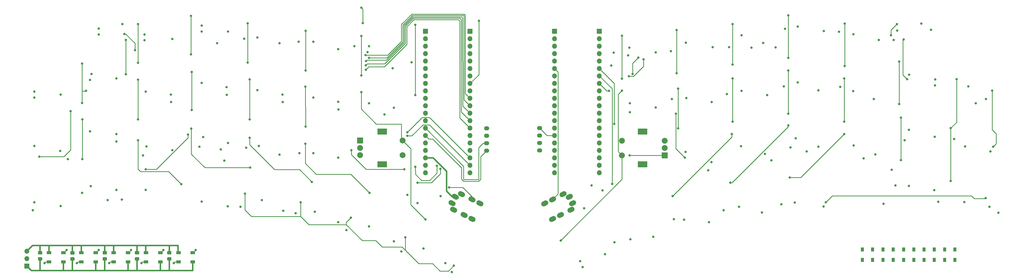
<source format=gbr>
%TF.GenerationSoftware,KiCad,Pcbnew,(5.1.9-0-10_14)*%
%TF.CreationDate,2021-03-31T13:24:37+01:00*%
%TF.ProjectId,peautkb,70656175-746b-4622-9e6b-696361645f70,rev?*%
%TF.SameCoordinates,Original*%
%TF.FileFunction,Copper,L1,Top*%
%TF.FilePolarity,Positive*%
%FSLAX46Y46*%
G04 Gerber Fmt 4.6, Leading zero omitted, Abs format (unit mm)*
G04 Created by KiCad (PCBNEW (5.1.9-0-10_14)) date 2021-03-31 13:24:37*
%MOMM*%
%LPD*%
G01*
G04 APERTURE LIST*
%TA.AperFunction,SMDPad,CuDef*%
%ADD10R,1.000000X1.400000*%
%TD*%
%TA.AperFunction,SMDPad,CuDef*%
%ADD11R,1.500000X1.000000*%
%TD*%
%TA.AperFunction,ComponentPad*%
%ADD12O,1.700000X1.700000*%
%TD*%
%TA.AperFunction,ComponentPad*%
%ADD13R,1.700000X1.700000*%
%TD*%
%TA.AperFunction,ComponentPad*%
%ADD14O,1.778000X1.397000*%
%TD*%
%TA.AperFunction,ComponentPad*%
%ADD15C,2.000000*%
%TD*%
%TA.AperFunction,ComponentPad*%
%ADD16R,3.200000X2.000000*%
%TD*%
%TA.AperFunction,ComponentPad*%
%ADD17R,2.000000X2.000000*%
%TD*%
%TA.AperFunction,ViaPad*%
%ADD18C,0.800000*%
%TD*%
%TA.AperFunction,Conductor*%
%ADD19C,0.250000*%
%TD*%
%TA.AperFunction,Conductor*%
%ADD20C,0.500000*%
%TD*%
G04 APERTURE END LIST*
D10*
%TO.P,D12,1*%
%TO.N,N/C*%
X322465360Y-107869820D03*
%TO.P,D12,2*%
X322465360Y-111419820D03*
%TD*%
%TO.P,D12,1*%
%TO.N,N/C*%
X332965360Y-107869820D03*
%TO.P,D12,2*%
X332965360Y-111419820D03*
%TD*%
%TO.P,D12,1*%
%TO.N,N/C*%
X325965360Y-107869820D03*
%TO.P,D12,2*%
X325965360Y-111419820D03*
%TD*%
%TO.P,D12,1*%
%TO.N,N/C*%
X329465360Y-107869820D03*
%TO.P,D12,2*%
X329465360Y-111419820D03*
%TD*%
%TO.P,D12,1*%
%TO.N,N/C*%
X336500000Y-107869820D03*
%TO.P,D12,2*%
X336500000Y-111419820D03*
%TD*%
D11*
%TO.P,D5,1*%
%TO.N,N/C*%
X77000000Y-112100000D03*
%TO.P,D5,2*%
X77000000Y-108900000D03*
%TO.P,D5,4*%
X72100000Y-112100000D03*
%TO.P,D5,3*%
X72100000Y-108900000D03*
%TD*%
%TO.P,D5,1*%
%TO.N,N/C*%
X65950000Y-112100000D03*
%TO.P,D5,2*%
X65950000Y-108900000D03*
%TO.P,D5,4*%
X61050000Y-112100000D03*
%TO.P,D5,3*%
X61050000Y-108900000D03*
%TD*%
%TO.P,D5,3*%
%TO.N,N/C*%
X50050000Y-108900000D03*
%TO.P,D5,4*%
X50050000Y-112100000D03*
%TO.P,D5,2*%
X54950000Y-108900000D03*
%TO.P,D5,1*%
X54950000Y-112100000D03*
%TD*%
D12*
%TO.P,REF\u002A\u002A,3*%
%TO.N,N/C*%
X20500000Y-108420000D03*
%TO.P,REF\u002A\u002A,2*%
X20500000Y-110960000D03*
D13*
%TO.P,REF\u002A\u002A,1*%
X20500000Y-113500000D03*
%TD*%
D11*
%TO.P,D5,3*%
%TO.N,N/C*%
X39050000Y-108900000D03*
%TO.P,D5,4*%
X39050000Y-112100000D03*
%TO.P,D5,2*%
X43950000Y-108900000D03*
%TO.P,D5,1*%
X43950000Y-112100000D03*
%TD*%
%TO.P,D5,3*%
%TO.N,N/C*%
X28050000Y-108900000D03*
%TO.P,D5,4*%
X28050000Y-112100000D03*
%TO.P,D5,2*%
X32950000Y-108900000D03*
%TO.P,D5,1*%
X32950000Y-112100000D03*
%TD*%
%TO.P,C9,1*%
%TO.N,N/C*%
%TA.AperFunction,SMDPad,CuDef*%
G36*
G01*
X47475000Y-111625000D02*
X46525000Y-111625000D01*
G75*
G02*
X46275000Y-111375000I0J250000D01*
G01*
X46275000Y-110700000D01*
G75*
G02*
X46525000Y-110450000I250000J0D01*
G01*
X47475000Y-110450000D01*
G75*
G02*
X47725000Y-110700000I0J-250000D01*
G01*
X47725000Y-111375000D01*
G75*
G02*
X47475000Y-111625000I-250000J0D01*
G01*
G37*
%TD.AperFunction*%
%TO.P,C9,2*%
%TA.AperFunction,SMDPad,CuDef*%
G36*
G01*
X47475000Y-109550000D02*
X46525000Y-109550000D01*
G75*
G02*
X46275000Y-109300000I0J250000D01*
G01*
X46275000Y-108625000D01*
G75*
G02*
X46525000Y-108375000I250000J0D01*
G01*
X47475000Y-108375000D01*
G75*
G02*
X47725000Y-108625000I0J-250000D01*
G01*
X47725000Y-109300000D01*
G75*
G02*
X47475000Y-109550000I-250000J0D01*
G01*
G37*
%TD.AperFunction*%
%TD*%
%TO.P,C9,2*%
%TO.N,N/C*%
%TA.AperFunction,SMDPad,CuDef*%
G36*
G01*
X25475000Y-109550000D02*
X24525000Y-109550000D01*
G75*
G02*
X24275000Y-109300000I0J250000D01*
G01*
X24275000Y-108625000D01*
G75*
G02*
X24525000Y-108375000I250000J0D01*
G01*
X25475000Y-108375000D01*
G75*
G02*
X25725000Y-108625000I0J-250000D01*
G01*
X25725000Y-109300000D01*
G75*
G02*
X25475000Y-109550000I-250000J0D01*
G01*
G37*
%TD.AperFunction*%
%TO.P,C9,1*%
%TA.AperFunction,SMDPad,CuDef*%
G36*
G01*
X25475000Y-111625000D02*
X24525000Y-111625000D01*
G75*
G02*
X24275000Y-111375000I0J250000D01*
G01*
X24275000Y-110700000D01*
G75*
G02*
X24525000Y-110450000I250000J0D01*
G01*
X25475000Y-110450000D01*
G75*
G02*
X25725000Y-110700000I0J-250000D01*
G01*
X25725000Y-111375000D01*
G75*
G02*
X25475000Y-111625000I-250000J0D01*
G01*
G37*
%TD.AperFunction*%
%TD*%
%TO.P,C9,2*%
%TO.N,N/C*%
%TA.AperFunction,SMDPad,CuDef*%
G36*
G01*
X69475000Y-109550000D02*
X68525000Y-109550000D01*
G75*
G02*
X68275000Y-109300000I0J250000D01*
G01*
X68275000Y-108625000D01*
G75*
G02*
X68525000Y-108375000I250000J0D01*
G01*
X69475000Y-108375000D01*
G75*
G02*
X69725000Y-108625000I0J-250000D01*
G01*
X69725000Y-109300000D01*
G75*
G02*
X69475000Y-109550000I-250000J0D01*
G01*
G37*
%TD.AperFunction*%
%TO.P,C9,1*%
%TA.AperFunction,SMDPad,CuDef*%
G36*
G01*
X69475000Y-111625000D02*
X68525000Y-111625000D01*
G75*
G02*
X68275000Y-111375000I0J250000D01*
G01*
X68275000Y-110700000D01*
G75*
G02*
X68525000Y-110450000I250000J0D01*
G01*
X69475000Y-110450000D01*
G75*
G02*
X69725000Y-110700000I0J-250000D01*
G01*
X69725000Y-111375000D01*
G75*
G02*
X69475000Y-111625000I-250000J0D01*
G01*
G37*
%TD.AperFunction*%
%TD*%
%TO.P,C9,2*%
%TO.N,N/C*%
%TA.AperFunction,SMDPad,CuDef*%
G36*
G01*
X58475000Y-109550000D02*
X57525000Y-109550000D01*
G75*
G02*
X57275000Y-109300000I0J250000D01*
G01*
X57275000Y-108625000D01*
G75*
G02*
X57525000Y-108375000I250000J0D01*
G01*
X58475000Y-108375000D01*
G75*
G02*
X58725000Y-108625000I0J-250000D01*
G01*
X58725000Y-109300000D01*
G75*
G02*
X58475000Y-109550000I-250000J0D01*
G01*
G37*
%TD.AperFunction*%
%TO.P,C9,1*%
%TA.AperFunction,SMDPad,CuDef*%
G36*
G01*
X58475000Y-111625000D02*
X57525000Y-111625000D01*
G75*
G02*
X57275000Y-111375000I0J250000D01*
G01*
X57275000Y-110700000D01*
G75*
G02*
X57525000Y-110450000I250000J0D01*
G01*
X58475000Y-110450000D01*
G75*
G02*
X58725000Y-110700000I0J-250000D01*
G01*
X58725000Y-111375000D01*
G75*
G02*
X58475000Y-111625000I-250000J0D01*
G01*
G37*
%TD.AperFunction*%
%TD*%
%TO.P,C9,2*%
%TO.N,N/C*%
%TA.AperFunction,SMDPad,CuDef*%
G36*
G01*
X36475000Y-109587500D02*
X35525000Y-109587500D01*
G75*
G02*
X35275000Y-109337500I0J250000D01*
G01*
X35275000Y-108662500D01*
G75*
G02*
X35525000Y-108412500I250000J0D01*
G01*
X36475000Y-108412500D01*
G75*
G02*
X36725000Y-108662500I0J-250000D01*
G01*
X36725000Y-109337500D01*
G75*
G02*
X36475000Y-109587500I-250000J0D01*
G01*
G37*
%TD.AperFunction*%
%TO.P,C9,1*%
%TA.AperFunction,SMDPad,CuDef*%
G36*
G01*
X36475000Y-111662500D02*
X35525000Y-111662500D01*
G75*
G02*
X35275000Y-111412500I0J250000D01*
G01*
X35275000Y-110737500D01*
G75*
G02*
X35525000Y-110487500I250000J0D01*
G01*
X36475000Y-110487500D01*
G75*
G02*
X36725000Y-110737500I0J-250000D01*
G01*
X36725000Y-111412500D01*
G75*
G02*
X36475000Y-111662500I-250000J0D01*
G01*
G37*
%TD.AperFunction*%
%TD*%
D10*
%TO.P,D12,2*%
%TO.N,N/C*%
X319000000Y-111419820D03*
%TO.P,D12,1*%
X319000000Y-107869820D03*
%TD*%
%TO.P,D12,2*%
%TO.N,N/C*%
X315465360Y-111419820D03*
%TO.P,D12,1*%
X315465360Y-107869820D03*
%TD*%
%TO.P,D12,2*%
%TO.N,N/C*%
X311965360Y-111419820D03*
%TO.P,D12,1*%
X311965360Y-107869820D03*
%TD*%
%TO.P,D12,2*%
%TO.N,N/C*%
X308465360Y-111419820D03*
%TO.P,D12,1*%
X308465360Y-107869820D03*
%TD*%
%TO.P,D12,2*%
%TO.N,N/C*%
X304965360Y-111419820D03*
%TO.P,D12,1*%
X304965360Y-107869820D03*
%TD*%
D14*
%TO.P,J1,1*%
%TO.N,LSCA*%
X177017160Y-74116180D03*
%TO.P,J1,2*%
%TO.N,LSCL*%
X177017160Y-71576180D03*
%TO.P,J1,3*%
%TO.N,VDD*%
X177017160Y-69036180D03*
%TO.P,J1,4*%
%TO.N,GND1*%
X177017160Y-66496180D03*
%TD*%
%TO.P,J2,A*%
%TO.N,TRRS_VDD*%
%TA.AperFunction,ComponentPad*%
G36*
G01*
X166376720Y-88909842D02*
X167091418Y-89269298D01*
G75*
G02*
X167468863Y-90410585I-381921J-759366D01*
G01*
X167468863Y-90410585D01*
G75*
G02*
X166327576Y-90788030I-759366J381921D01*
G01*
X165612878Y-90428574D01*
G75*
G02*
X165235433Y-89287287I381921J759366D01*
G01*
X165235433Y-89287287D01*
G75*
G02*
X166376720Y-88909842I759366J-381921D01*
G01*
G37*
%TD.AperFunction*%
%TO.P,J2,D*%
%TO.N,LUSART_TX*%
%TA.AperFunction,ComponentPad*%
G36*
G01*
X165829637Y-93335980D02*
X166544335Y-93695436D01*
G75*
G02*
X166921780Y-94836723I-381921J-759366D01*
G01*
X166921780Y-94836723D01*
G75*
G02*
X165780493Y-95214168I-759366J381921D01*
G01*
X165065795Y-94854712D01*
G75*
G02*
X164688350Y-93713425I381921J759366D01*
G01*
X164688350Y-93713425D01*
G75*
G02*
X165829637Y-93335980I759366J-381921D01*
G01*
G37*
%TD.AperFunction*%
%TO.P,J2,C*%
%TO.N,LUSART_RX*%
%TA.AperFunction,ComponentPad*%
G36*
G01*
X169403122Y-95133256D02*
X170117820Y-95492712D01*
G75*
G02*
X170495265Y-96633999I-381921J-759366D01*
G01*
X170495265Y-96633999D01*
G75*
G02*
X169353978Y-97011444I-759366J381921D01*
G01*
X168639280Y-96651988D01*
G75*
G02*
X168261835Y-95510701I381921J759366D01*
G01*
X168261835Y-95510701D01*
G75*
G02*
X169403122Y-95133256I759366J-381921D01*
G01*
G37*
%TD.AperFunction*%
%TO.P,J2,B*%
%TO.N,GND1*%
%TA.AperFunction,ComponentPad*%
G36*
G01*
X172083237Y-96481213D02*
X172797935Y-96840669D01*
G75*
G02*
X173175380Y-97981956I-381921J-759366D01*
G01*
X173175380Y-97981956D01*
G75*
G02*
X172034093Y-98359401I-759366J381921D01*
G01*
X171319395Y-97999945D01*
G75*
G02*
X170941950Y-96858658I381921J759366D01*
G01*
X170941950Y-96858658D01*
G75*
G02*
X172083237Y-96481213I759366J-381921D01*
G01*
G37*
%TD.AperFunction*%
%TO.P,J2,C*%
%TO.N,LUSART_RX*%
%TA.AperFunction,ComponentPad*%
G36*
G01*
X172076570Y-89817696D02*
X172791268Y-90177152D01*
G75*
G02*
X173168713Y-91318439I-381921J-759366D01*
G01*
X173168713Y-91318439D01*
G75*
G02*
X172027426Y-91695884I-759366J381921D01*
G01*
X171312728Y-91336428D01*
G75*
G02*
X170935283Y-90195141I381921J759366D01*
G01*
X170935283Y-90195141D01*
G75*
G02*
X172076570Y-89817696I759366J-381921D01*
G01*
G37*
%TD.AperFunction*%
%TO.P,J2,B*%
%TO.N,GND1*%
%TA.AperFunction,ComponentPad*%
G36*
G01*
X174756685Y-91165653D02*
X175471383Y-91525109D01*
G75*
G02*
X175848828Y-92666396I-381921J-759366D01*
G01*
X175848828Y-92666396D01*
G75*
G02*
X174707541Y-93043841I-759366J381921D01*
G01*
X173992843Y-92684385D01*
G75*
G02*
X173615398Y-91543098I381921J759366D01*
G01*
X173615398Y-91543098D01*
G75*
G02*
X174756685Y-91165653I759366J-381921D01*
G01*
G37*
%TD.AperFunction*%
%TO.P,J2,A*%
%TO.N,TRRS_VDD*%
%TA.AperFunction,ComponentPad*%
G36*
G01*
X165275888Y-91098602D02*
X165990586Y-91458058D01*
G75*
G02*
X166368031Y-92599345I-381921J-759366D01*
G01*
X166368031Y-92599345D01*
G75*
G02*
X165226744Y-92976790I-759366J381921D01*
G01*
X164512046Y-92617334D01*
G75*
G02*
X164134601Y-91476047I381921J759366D01*
G01*
X164134601Y-91476047D01*
G75*
G02*
X165275888Y-91098602I759366J-381921D01*
G01*
G37*
%TD.AperFunction*%
%TO.P,J2,D*%
%TO.N,LUSART_TX*%
%TA.AperFunction,ComponentPad*%
G36*
G01*
X168503085Y-88020420D02*
X169217783Y-88379876D01*
G75*
G02*
X169595228Y-89521163I-381921J-759366D01*
G01*
X169595228Y-89521163D01*
G75*
G02*
X168453941Y-89898608I-759366J381921D01*
G01*
X167739243Y-89539152D01*
G75*
G02*
X167361798Y-88397865I381921J759366D01*
G01*
X167361798Y-88397865D01*
G75*
G02*
X168503085Y-88020420I759366J-381921D01*
G01*
G37*
%TD.AperFunction*%
%TD*%
%TO.P,J3,4*%
%TO.N,GND2*%
X195067920Y-74047600D03*
%TO.P,J3,3*%
%TO.N,VCC*%
X195067920Y-71507600D03*
%TO.P,J3,2*%
%TO.N,RSCL*%
X195067920Y-68967600D03*
%TO.P,J3,1*%
%TO.N,RSCA*%
X195067920Y-66427600D03*
%TD*%
%TO.P,J4,D*%
%TO.N,RUSART_RX*%
%TA.AperFunction,ComponentPad*%
G36*
G01*
X206484793Y-94876332D02*
X205770095Y-95235788D01*
G75*
G02*
X204628808Y-94858343I-381921J759366D01*
G01*
X204628808Y-94858343D01*
G75*
G02*
X205006253Y-93717056I759366J381921D01*
G01*
X205720951Y-93357600D01*
G75*
G02*
X206862238Y-93735045I381921J-759366D01*
G01*
X206862238Y-93735045D01*
G75*
G02*
X206484793Y-94876332I-759366J-381921D01*
G01*
G37*
%TD.AperFunction*%
%TO.P,J4,A*%
%TO.N,TRRS_VCC*%
%TA.AperFunction,ComponentPad*%
G36*
G01*
X205937711Y-90450194D02*
X205223013Y-90809650D01*
G75*
G02*
X204081726Y-90432205I-381921J759366D01*
G01*
X204081726Y-90432205D01*
G75*
G02*
X204459171Y-89290918I759366J381921D01*
G01*
X205173869Y-88931462D01*
G75*
G02*
X206315156Y-89308907I381921J-759366D01*
G01*
X206315156Y-89308907D01*
G75*
G02*
X205937711Y-90450194I-759366J-381921D01*
G01*
G37*
%TD.AperFunction*%
%TO.P,J4,B*%
%TO.N,GND2*%
%TA.AperFunction,ComponentPad*%
G36*
G01*
X200231194Y-98021565D02*
X199516496Y-98381021D01*
G75*
G02*
X198375209Y-98003576I-381921J759366D01*
G01*
X198375209Y-98003576D01*
G75*
G02*
X198752654Y-96862289I759366J381921D01*
G01*
X199467352Y-96502833D01*
G75*
G02*
X200608639Y-96880278I381921J-759366D01*
G01*
X200608639Y-96880278D01*
G75*
G02*
X200231194Y-98021565I-759366J-381921D01*
G01*
G37*
%TD.AperFunction*%
%TO.P,J4,C*%
%TO.N,RUSART_TX*%
%TA.AperFunction,ComponentPad*%
G36*
G01*
X202911308Y-96673608D02*
X202196610Y-97033064D01*
G75*
G02*
X201055323Y-96655619I-381921J759366D01*
G01*
X201055323Y-96655619D01*
G75*
G02*
X201432768Y-95514332I759366J381921D01*
G01*
X202147466Y-95154876D01*
G75*
G02*
X203288753Y-95532321I381921J-759366D01*
G01*
X203288753Y-95532321D01*
G75*
G02*
X202911308Y-96673608I-759366J-381921D01*
G01*
G37*
%TD.AperFunction*%
%TO.P,J4,B*%
%TO.N,GND2*%
%TA.AperFunction,ComponentPad*%
G36*
G01*
X197557746Y-92706005D02*
X196843048Y-93065461D01*
G75*
G02*
X195701761Y-92688016I-381921J759366D01*
G01*
X195701761Y-92688016D01*
G75*
G02*
X196079206Y-91546729I759366J381921D01*
G01*
X196793904Y-91187273D01*
G75*
G02*
X197935191Y-91564718I381921J-759366D01*
G01*
X197935191Y-91564718D01*
G75*
G02*
X197557746Y-92706005I-759366J-381921D01*
G01*
G37*
%TD.AperFunction*%
%TO.P,J4,C*%
%TO.N,RUSART_TX*%
%TA.AperFunction,ComponentPad*%
G36*
G01*
X200237860Y-91358048D02*
X199523162Y-91717504D01*
G75*
G02*
X198381875Y-91340059I-381921J759366D01*
G01*
X198381875Y-91340059D01*
G75*
G02*
X198759320Y-90198772I759366J381921D01*
G01*
X199474018Y-89839316D01*
G75*
G02*
X200615305Y-90216761I381921J-759366D01*
G01*
X200615305Y-90216761D01*
G75*
G02*
X200237860Y-91358048I-759366J-381921D01*
G01*
G37*
%TD.AperFunction*%
%TO.P,J4,D*%
%TO.N,RUSART_RX*%
%TA.AperFunction,ComponentPad*%
G36*
G01*
X203811345Y-89560772D02*
X203096647Y-89920228D01*
G75*
G02*
X201955360Y-89542783I-381921J759366D01*
G01*
X201955360Y-89542783D01*
G75*
G02*
X202332805Y-88401496I759366J381921D01*
G01*
X203047503Y-88042040D01*
G75*
G02*
X204188790Y-88419485I381921J-759366D01*
G01*
X204188790Y-88419485D01*
G75*
G02*
X203811345Y-89560772I-759366J-381921D01*
G01*
G37*
%TD.AperFunction*%
%TO.P,J4,A*%
%TO.N,TRRS_VCC*%
%TA.AperFunction,ComponentPad*%
G36*
G01*
X207038542Y-92638954D02*
X206323844Y-92998410D01*
G75*
G02*
X205182557Y-92620965I-381921J759366D01*
G01*
X205182557Y-92620965D01*
G75*
G02*
X205560002Y-91479678I759366J381921D01*
G01*
X206274700Y-91120222D01*
G75*
G02*
X207415987Y-91497667I381921J-759366D01*
G01*
X207415987Y-91497667D01*
G75*
G02*
X207038542Y-92638954I-759366J-381921D01*
G01*
G37*
%TD.AperFunction*%
%TD*%
D15*
%TO.P,SW28,S1*%
%TO.N,Net-(D32-Pad2)*%
X148464160Y-75687180D03*
%TO.P,SW28,S2*%
%TO.N,LCol7*%
X148464160Y-70687180D03*
D16*
%TO.P,SW28,MP*%
%TO.N,N/C*%
X141464160Y-78787180D03*
X141464160Y-67587180D03*
D15*
%TO.P,SW28,B*%
%TO.N,LENCB*%
X133964160Y-75687180D03*
%TO.P,SW28,C*%
%TO.N,GND1*%
X133964160Y-73187180D03*
D17*
%TO.P,SW28,A*%
%TO.N,LENCA*%
X133964160Y-70687180D03*
%TD*%
%TO.P,SW57,A*%
%TO.N,RENCA*%
X237640860Y-75716380D03*
D15*
%TO.P,SW57,C*%
%TO.N,GND2*%
X237640860Y-73216380D03*
%TO.P,SW57,B*%
%TO.N,RENCB*%
X237640860Y-70716380D03*
D16*
%TO.P,SW57,MP*%
%TO.N,N/C*%
X230140860Y-78816380D03*
X230140860Y-67616380D03*
D15*
%TO.P,SW57,S2*%
%TO.N,RCol7*%
X223140860Y-75716380D03*
%TO.P,SW57,S1*%
%TO.N,Net-(D67-Pad2)*%
X223140860Y-70716380D03*
%TD*%
D12*
%TO.P,U1,6*%
%TO.N,LUSART_TX*%
X156185360Y-46146980D03*
%TO.P,U1,10*%
%TO.N,Net-(U1-Pad10)*%
X156185360Y-56306980D03*
%TO.P,U1,12*%
%TO.N,Net-(U1-Pad12)*%
X156185360Y-61386980D03*
%TO.P,U1,20*%
%TO.N,Net-(U1-Pad20)*%
X156185360Y-81706980D03*
%TO.P,U1,16*%
%TO.N,Net-(U1-Pad16)*%
X156185360Y-71546980D03*
%TO.P,U1,5*%
%TO.N,Net-(U1-Pad5)*%
X156185360Y-43606980D03*
%TO.P,U1,11*%
%TO.N,LLED_In*%
X156185360Y-58846980D03*
%TO.P,U1,7*%
%TO.N,LUSART_RX*%
X156185360Y-48686980D03*
%TO.P,U1,19*%
%TO.N,GND1*%
X156185360Y-79166980D03*
%TO.P,U1,4*%
%TO.N,Net-(U1-Pad4)*%
X156185360Y-41066980D03*
%TO.P,U1,3*%
%TO.N,Net-(U1-Pad3)*%
X156185360Y-38526980D03*
%TO.P,U1,17*%
%TO.N,Net-(U1-Pad17)*%
X156185360Y-74086980D03*
%TO.P,U1,8*%
%TO.N,Net-(U1-Pad8)*%
X156185360Y-51226980D03*
%TO.P,U1,15*%
%TO.N,LSCA*%
X156185360Y-69006980D03*
%TO.P,U1,9*%
%TO.N,Net-(U1-Pad9)*%
X156185360Y-53766980D03*
%TO.P,U1,18*%
%TO.N,TRRS_VDD*%
X156185360Y-76626980D03*
%TO.P,U1,2*%
%TO.N,Net-(U1-Pad2)*%
X156185360Y-35986980D03*
D13*
%TO.P,U1,1*%
%TO.N,Net-(U1-Pad1)*%
X156185360Y-33446980D03*
D12*
%TO.P,U1,14*%
%TO.N,LSCL*%
X156185360Y-66466980D03*
%TO.P,U1,13*%
%TO.N,Net-(U1-Pad13)*%
X156185360Y-63926980D03*
%TO.P,U1,28*%
%TO.N,LCol5*%
X171399960Y-63926980D03*
%TO.P,U1,27*%
%TO.N,LCol6*%
X171399960Y-66466980D03*
D13*
%TO.P,U1,40*%
%TO.N,VDD*%
X171399960Y-33446980D03*
D12*
%TO.P,U1,39*%
%TO.N,GND1*%
X171399960Y-35986980D03*
%TO.P,U1,23*%
%TO.N,LENCA*%
X171399960Y-76626980D03*
%TO.P,U1,32*%
%TO.N,LCol1*%
X171399960Y-53766980D03*
%TO.P,U1,26*%
%TO.N,Net-(U1-Pad26)*%
X171399960Y-69006980D03*
%TO.P,U1,33*%
%TO.N,LCol7*%
X171399960Y-51226980D03*
%TO.P,U1,24*%
%TO.N,Net-(U1-Pad24)*%
X171399960Y-74086980D03*
%TO.P,U1,38*%
%TO.N,Net-(U1-Pad38)*%
X171399960Y-38526980D03*
%TO.P,U1,37*%
%TO.N,LRow0*%
X171399960Y-41066980D03*
%TO.P,U1,22*%
%TO.N,LENCB*%
X171399960Y-79166980D03*
%TO.P,U1,34*%
%TO.N,LRow3*%
X171399960Y-48686980D03*
%TO.P,U1,30*%
%TO.N,LCol3*%
X171399960Y-58846980D03*
%TO.P,U1,36*%
%TO.N,LRow1*%
X171399960Y-43606980D03*
%TO.P,U1,25*%
%TO.N,Net-(U1-Pad25)*%
X171399960Y-71546980D03*
%TO.P,U1,21*%
%TO.N,Net-(U1-Pad21)*%
X171399960Y-81706980D03*
%TO.P,U1,29*%
%TO.N,LCol4*%
X171399960Y-61386980D03*
%TO.P,U1,31*%
%TO.N,LCol2*%
X171399960Y-56306980D03*
%TO.P,U1,35*%
%TO.N,LRow2*%
X171399960Y-46146980D03*
%TD*%
%TO.P,U2,35*%
%TO.N,RRow2*%
X215409520Y-46103800D03*
%TO.P,U2,31*%
%TO.N,RCol2*%
X215409520Y-56263800D03*
%TO.P,U2,29*%
%TO.N,RCol4*%
X215409520Y-61343800D03*
%TO.P,U2,21*%
%TO.N,Net-(U2-Pad21)*%
X215409520Y-81663800D03*
%TO.P,U2,25*%
%TO.N,Net-(U2-Pad25)*%
X215409520Y-71503800D03*
%TO.P,U2,36*%
%TO.N,RRow1*%
X215409520Y-43563800D03*
%TO.P,U2,30*%
%TO.N,RCol3*%
X215409520Y-58803800D03*
%TO.P,U2,34*%
%TO.N,RRow3*%
X215409520Y-48643800D03*
%TO.P,U2,22*%
%TO.N,RENCB*%
X215409520Y-79123800D03*
%TO.P,U2,37*%
%TO.N,RRow0*%
X215409520Y-41023800D03*
%TO.P,U2,38*%
%TO.N,Net-(U2-Pad38)*%
X215409520Y-38483800D03*
%TO.P,U2,24*%
%TO.N,Net-(U2-Pad24)*%
X215409520Y-74043800D03*
%TO.P,U2,33*%
%TO.N,RCol7*%
X215409520Y-51183800D03*
%TO.P,U2,26*%
%TO.N,Net-(U2-Pad26)*%
X215409520Y-68963800D03*
%TO.P,U2,32*%
%TO.N,RCol1*%
X215409520Y-53723800D03*
%TO.P,U2,23*%
%TO.N,RENCA*%
X215409520Y-76583800D03*
%TO.P,U2,39*%
%TO.N,GND2*%
X215409520Y-35943800D03*
D13*
%TO.P,U2,40*%
%TO.N,VCC*%
X215409520Y-33403800D03*
D12*
%TO.P,U2,27*%
%TO.N,RCol6*%
X215409520Y-66423800D03*
%TO.P,U2,28*%
%TO.N,RCol5*%
X215409520Y-63883800D03*
%TO.P,U2,13*%
%TO.N,Net-(U2-Pad13)*%
X200194920Y-63883800D03*
%TO.P,U2,14*%
%TO.N,RSCL*%
X200194920Y-66423800D03*
D13*
%TO.P,U2,1*%
%TO.N,Net-(U2-Pad1)*%
X200194920Y-33403800D03*
D12*
%TO.P,U2,2*%
%TO.N,Net-(U2-Pad2)*%
X200194920Y-35943800D03*
%TO.P,U2,18*%
%TO.N,TRRS_VCC*%
X200194920Y-76583800D03*
%TO.P,U2,9*%
%TO.N,Net-(U2-Pad9)*%
X200194920Y-53723800D03*
%TO.P,U2,15*%
%TO.N,RSCA*%
X200194920Y-68963800D03*
%TO.P,U2,8*%
%TO.N,Net-(U2-Pad8)*%
X200194920Y-51183800D03*
%TO.P,U2,17*%
%TO.N,Net-(U2-Pad17)*%
X200194920Y-74043800D03*
%TO.P,U2,3*%
%TO.N,Net-(U2-Pad3)*%
X200194920Y-38483800D03*
%TO.P,U2,4*%
%TO.N,Net-(U2-Pad4)*%
X200194920Y-41023800D03*
%TO.P,U2,19*%
%TO.N,GND2*%
X200194920Y-79123800D03*
%TO.P,U2,7*%
%TO.N,RUSART_RX*%
X200194920Y-48643800D03*
%TO.P,U2,11*%
%TO.N,RLED_In*%
X200194920Y-58803800D03*
%TO.P,U2,5*%
%TO.N,Net-(U2-Pad5)*%
X200194920Y-43563800D03*
%TO.P,U2,16*%
%TO.N,Net-(U2-Pad16)*%
X200194920Y-71503800D03*
%TO.P,U2,20*%
%TO.N,Net-(U2-Pad20)*%
X200194920Y-81663800D03*
%TO.P,U2,12*%
%TO.N,Net-(U2-Pad12)*%
X200194920Y-61343800D03*
%TO.P,U2,10*%
%TO.N,Net-(U2-Pad10)*%
X200194920Y-56263800D03*
%TO.P,U2,6*%
%TO.N,RUSART_TX*%
X200194920Y-46103800D03*
%TD*%
D18*
%TO.N,*%
X26500000Y-112500000D03*
X34000000Y-108000000D03*
X37500000Y-112500000D03*
X45000000Y-108000000D03*
X48500000Y-112500000D03*
X56000000Y-108000000D03*
X59500000Y-112500000D03*
X67000000Y-108000000D03*
X70500000Y-112500000D03*
X78000000Y-108000000D03*
%TO.N,VDD*%
X60500000Y-34500000D03*
X23000000Y-54000000D03*
X42500000Y-48000000D03*
X45000000Y-34500000D03*
X80000000Y-31500000D03*
X99000000Y-35500000D03*
X118000000Y-37000000D03*
X137000000Y-38500000D03*
X145000000Y-46000000D03*
X145500000Y-59500000D03*
X126500000Y-57500000D03*
X107500000Y-55000000D03*
X88500000Y-52500000D03*
X69500000Y-55000000D03*
X51000000Y-68500000D03*
X31818820Y-74181180D03*
X52803780Y-90803780D03*
X61204980Y-72704980D03*
X80500000Y-69500000D03*
X88881620Y-93118380D03*
X99500000Y-72500000D03*
X107750000Y-94658219D03*
X118000000Y-75000000D03*
X126500000Y-98500000D03*
X145500000Y-105000000D03*
X163000000Y-112500000D03*
X153500000Y-92000000D03*
X87750000Y-77500000D03*
X23000000Y-91750000D03*
X42250000Y-86250000D03*
X85250000Y-37500000D03*
%TO.N,Net-(D1-Pad4)*%
X54230000Y-36400000D03*
X54220000Y-48040000D03*
%TO.N,Net-(D1-Pad2)*%
X57320000Y-39810000D03*
X53710000Y-34310000D03*
%TO.N,GND1*%
X32000000Y-55000000D03*
X51000000Y-49500000D03*
X53000000Y-31000000D03*
X70000000Y-36000000D03*
X89000000Y-33500000D03*
X106500000Y-37500000D03*
X126500000Y-39500000D03*
X136500000Y-40500000D03*
X137000000Y-58000000D03*
X118000000Y-56000000D03*
X99000000Y-53500000D03*
X80000000Y-51000000D03*
X61000000Y-54000000D03*
X42000000Y-67500000D03*
X23000000Y-72500000D03*
X32000000Y-93000000D03*
X51000000Y-87500000D03*
X61000000Y-87500000D03*
X70000000Y-74000000D03*
X89000000Y-71500000D03*
X80000000Y-91500000D03*
X106500000Y-75500000D03*
X100500000Y-91000000D03*
X126500000Y-76500000D03*
X118500000Y-95000000D03*
X137000000Y-100000000D03*
X155500000Y-107500000D03*
X151500000Y-44000000D03*
X161364220Y-89635780D03*
X132000000Y-38500000D03*
X113000000Y-37000000D03*
X94450000Y-35950000D03*
X80000000Y-33500000D03*
X60500000Y-36500000D03*
X45000000Y-32500000D03*
X23000000Y-56000000D03*
X42000000Y-50000000D03*
X34500000Y-77000000D03*
X51000000Y-71000000D03*
X69575000Y-57575000D03*
X88575000Y-55075000D03*
X107575000Y-57575000D03*
X126575000Y-60075000D03*
X142250000Y-61750000D03*
X113250000Y-75000000D03*
X95147490Y-73147490D03*
X86500000Y-73750000D03*
X79250000Y-72750000D03*
X60000000Y-75750000D03*
X22500000Y-94500000D03*
X48000000Y-91000000D03*
X93250000Y-93250000D03*
X112000000Y-95500000D03*
X129250000Y-101250000D03*
X148000000Y-108500000D03*
X165175000Y-115575000D03*
X150000000Y-89250000D03*
X39250000Y-88500000D03*
%TO.N,LRow1*%
X152720000Y-31210000D03*
X152720000Y-55140000D03*
%TO.N,LRow2*%
X160110000Y-79310000D03*
X152770000Y-79660000D03*
X149000000Y-80500000D03*
X131000000Y-74000000D03*
X75374830Y-68625170D03*
X61000000Y-80500000D03*
%TO.N,LRow3*%
X94719780Y-88819780D03*
X165860000Y-113380000D03*
X149360000Y-103670000D03*
X130820000Y-97020000D03*
X113720000Y-91770000D03*
X161280000Y-80300000D03*
X153480000Y-85050000D03*
%TO.N,RRow2*%
X220500000Y-65000000D03*
%TO.N,VCC*%
X234600000Y-40600000D03*
X254000000Y-38800000D03*
X271200000Y-37400000D03*
X278600000Y-32600000D03*
X291854400Y-33345600D03*
X310600000Y-36400000D03*
X347030220Y-56569780D03*
X325000000Y-30800000D03*
X329800000Y-49800000D03*
X301800000Y-53800000D03*
X282966960Y-50833040D03*
X263835800Y-53764200D03*
X245000000Y-56200000D03*
X225800000Y-58000000D03*
X339927840Y-72727840D03*
X320800000Y-67000000D03*
X309400000Y-75400000D03*
X290000000Y-72800000D03*
X271800000Y-75200000D03*
X253600000Y-78000000D03*
X216514580Y-87685420D03*
X208855526Y-111855526D03*
X225979601Y-104379601D03*
X244250000Y-97650000D03*
X263000000Y-93300000D03*
X281971360Y-91828640D03*
X316250000Y-85950000D03*
X329426440Y-87573560D03*
X225250000Y-41650000D03*
X280479400Y-73020600D03*
X348250000Y-93250000D03*
%TO.N,GND2*%
X225632200Y-39032200D03*
X239800000Y-40200000D03*
X244869600Y-37330400D03*
X259600000Y-38800000D03*
X263846200Y-34753800D03*
X267200000Y-39000000D03*
X283000000Y-31800000D03*
X297000000Y-33600000D03*
X315600000Y-36400000D03*
X316800000Y-33200000D03*
X328325000Y-32875000D03*
X343600000Y-58000000D03*
X341000000Y-52200000D03*
X329675000Y-51875000D03*
X320869140Y-48269140D03*
X297400000Y-52400000D03*
X278200000Y-52200000D03*
X258800000Y-54800000D03*
X272564200Y-55164200D03*
X290022460Y-53577540D03*
X308876880Y-56523120D03*
X240100000Y-56500000D03*
X253687800Y-57512200D03*
X225800000Y-61000000D03*
X234600000Y-59400000D03*
X348600000Y-74400000D03*
X336200000Y-70200000D03*
X319400000Y-70600000D03*
X329600000Y-69400000D03*
X305400000Y-76800000D03*
X302000000Y-72400000D03*
X286000000Y-74400000D03*
X282271240Y-69928760D03*
X274000000Y-77400000D03*
X263636400Y-72636400D03*
X252437500Y-80837500D03*
X244800000Y-74600000D03*
X212800000Y-86000000D03*
X210200000Y-93800000D03*
X209746254Y-113853746D03*
X217360707Y-109439293D03*
X220600000Y-105400000D03*
X240825000Y-97525000D03*
X233800000Y-103500000D03*
X252700000Y-98500000D03*
X257700000Y-94500000D03*
X270791509Y-95191509D03*
X277400000Y-92400000D03*
X291771360Y-93228640D03*
X315000000Y-80700000D03*
X312208740Y-92291260D03*
X330800000Y-91600000D03*
X320826440Y-86173560D03*
X351325000Y-95275000D03*
X339722260Y-91677740D03*
X220300000Y-40700000D03*
X219500000Y-45100000D03*
X275411760Y-38888240D03*
X301900000Y-34400000D03*
%TO.N,RRow3*%
X219774999Y-85475001D03*
%TO.N,Net-(D51-Pad4)*%
X319000000Y-36250000D03*
X320250000Y-49750000D03*
%TO.N,LUSART_RX*%
X164260000Y-86670000D03*
%TO.N,Net-(LED1-Pad2)*%
X35380000Y-60640000D03*
X24720000Y-76130000D03*
%TO.N,Net-(LED26-Pad2)*%
X349152440Y-53652440D03*
X349500000Y-72750000D03*
%TO.N,Net-(LED46-Pad4)*%
X241500000Y-61500000D03*
X244500000Y-76500000D03*
%TO.N,LCol2*%
X39310000Y-44420000D03*
X39310000Y-57890000D03*
X39350760Y-63470760D03*
X39350760Y-76989240D03*
X40620000Y-53750000D03*
X135830000Y-41540000D03*
%TO.N,LCol3*%
X58349960Y-31000040D03*
X58349960Y-44180040D03*
X58349960Y-49939960D03*
X58349960Y-63429960D03*
X58349960Y-70610040D03*
X73090000Y-85530000D03*
X137000000Y-42500000D03*
%TO.N,LCol4*%
X76380000Y-28140000D03*
X76380000Y-41310000D03*
X76630000Y-47260000D03*
X76630000Y-60230000D03*
X76480000Y-66610000D03*
X96550000Y-79930000D03*
X136000000Y-43550000D03*
%TO.N,LCol5*%
X95710000Y-30710000D03*
X95710000Y-44040000D03*
X96350000Y-49820000D03*
X96350000Y-63470000D03*
X96330000Y-69740000D03*
X117540000Y-84810000D03*
X135880000Y-45000000D03*
%TO.N,LCol6*%
X115370000Y-33260000D03*
X115420000Y-46760000D03*
X115347560Y-52312440D03*
X115400000Y-65940000D03*
X115347560Y-71737560D03*
X137160000Y-88510000D03*
X135860000Y-46500000D03*
%TO.N,LCol7*%
X134346760Y-35023240D03*
X134346760Y-48506760D03*
X134346760Y-54173240D03*
X156250000Y-97630000D03*
X174400000Y-29900000D03*
X134400000Y-25400000D03*
X134900000Y-30600000D03*
%TO.N,LENCB*%
X150000000Y-69080000D03*
%TO.N,LENCA*%
X150000000Y-67900000D03*
%TO.N,RCol1*%
X337030120Y-49719880D03*
X335047000Y-66453000D03*
X335000000Y-84500000D03*
X226750000Y-48000000D03*
X228700000Y-42400000D03*
%TO.N,RCol2*%
X317500000Y-58250000D03*
X317500000Y-43750000D03*
X318081720Y-62918280D03*
X318081720Y-77331720D03*
X225500000Y-48750000D03*
X230500000Y-43000000D03*
%TO.N,RCol3*%
X299000000Y-30750000D03*
X299000000Y-45250000D03*
X298750000Y-49500000D03*
X298750000Y-64250000D03*
X298750000Y-68500000D03*
X280250000Y-83250000D03*
%TO.N,RCol4*%
X279750000Y-28000000D03*
X279750000Y-42500000D03*
X279750000Y-46750000D03*
X279750000Y-61500000D03*
X279750000Y-65500000D03*
X260048762Y-85048762D03*
%TO.N,RCol5*%
X260750000Y-31000000D03*
X260750000Y-44750000D03*
X260750000Y-49500000D03*
X260750000Y-64250000D03*
X260500000Y-68500000D03*
X240393763Y-89606237D03*
%TO.N,RCol6*%
X241750000Y-33000000D03*
X241750000Y-47750000D03*
X242250000Y-53000000D03*
X242250000Y-66500000D03*
%TO.N,RCol7*%
X223085720Y-34914280D03*
X223085720Y-49585720D03*
X223085720Y-53664280D03*
X202250000Y-104750000D03*
X218700000Y-53700000D03*
%TO.N,RENCA*%
X225750000Y-75750000D03*
%TO.N,Net-(D51-Pad2)*%
X314727380Y-34772620D03*
X316750000Y-31000000D03*
%TO.N,Net-(LED28-Pad2)*%
X346960820Y-90289180D03*
X292500000Y-91750000D03*
%TD*%
D19*
%TO.N,*%
X43950000Y-108900000D02*
X44350000Y-108900000D01*
D20*
X28050000Y-108900000D02*
X28050000Y-106550000D01*
X28050000Y-106550000D02*
X28100000Y-106500000D01*
X32950000Y-112100000D02*
X32950000Y-114950000D01*
X32950000Y-114950000D02*
X32900000Y-115000000D01*
X44000000Y-112150000D02*
X43950000Y-112100000D01*
X22420000Y-106500000D02*
X20500000Y-108420000D01*
X22000000Y-115000000D02*
X20500000Y-113500000D01*
D19*
X28050000Y-112100000D02*
X27950000Y-112000000D01*
D20*
X72000000Y-108800000D02*
X72100000Y-108900000D01*
X72000000Y-106500000D02*
X72000000Y-108800000D01*
X69000000Y-106500000D02*
X69000000Y-108962500D01*
X69000000Y-106500000D02*
X72000000Y-106500000D01*
X61000000Y-108850000D02*
X61050000Y-108900000D01*
X61000000Y-106500000D02*
X61000000Y-108850000D01*
X61000000Y-106500000D02*
X69000000Y-106500000D01*
X58000000Y-106500000D02*
X58000000Y-108962500D01*
X58000000Y-106500000D02*
X61000000Y-106500000D01*
X50000000Y-108850000D02*
X50050000Y-108900000D01*
X50000000Y-106500000D02*
X50000000Y-108850000D01*
X50000000Y-106500000D02*
X58000000Y-106500000D01*
X47000000Y-106500000D02*
X47000000Y-108962500D01*
X47000000Y-106500000D02*
X50000000Y-106500000D01*
X39000000Y-106500000D02*
X39000000Y-108850000D01*
X39000000Y-108850000D02*
X39050000Y-108900000D01*
X39000000Y-106500000D02*
X47000000Y-106500000D01*
X36000000Y-106500000D02*
X36000000Y-109000000D01*
X28100000Y-106500000D02*
X36000000Y-106500000D01*
X36000000Y-106500000D02*
X39000000Y-106500000D01*
X28100000Y-106500000D02*
X25000000Y-106500000D01*
X25000000Y-106500000D02*
X25000000Y-108962500D01*
X25000000Y-106500000D02*
X22420000Y-106500000D01*
X25000000Y-111037500D02*
X25000000Y-115000000D01*
X25000000Y-115000000D02*
X22000000Y-115000000D01*
X32900000Y-115000000D02*
X25000000Y-115000000D01*
X77000000Y-115000000D02*
X77000000Y-112100000D01*
X69000000Y-111037500D02*
X69000000Y-115000000D01*
X69000000Y-115000000D02*
X77000000Y-115000000D01*
X65950000Y-114950000D02*
X66000000Y-115000000D01*
X65950000Y-112100000D02*
X65950000Y-114950000D01*
X66000000Y-115000000D02*
X69000000Y-115000000D01*
X58000000Y-111037500D02*
X58000000Y-115000000D01*
X58000000Y-115000000D02*
X66000000Y-115000000D01*
X54950000Y-114950000D02*
X55000000Y-115000000D01*
X54950000Y-112100000D02*
X54950000Y-114950000D01*
X55000000Y-115000000D02*
X58000000Y-115000000D01*
X47000000Y-111037500D02*
X47000000Y-115000000D01*
X47000000Y-115000000D02*
X55000000Y-115000000D01*
X43950000Y-112100000D02*
X43950000Y-114950000D01*
X43950000Y-114950000D02*
X44000000Y-115000000D01*
X44000000Y-115000000D02*
X47000000Y-115000000D01*
X36000000Y-111075000D02*
X36000000Y-115000000D01*
X36000000Y-115000000D02*
X44000000Y-115000000D01*
X32900000Y-115000000D02*
X36000000Y-115000000D01*
D19*
X28050000Y-112100000D02*
X26900000Y-112100000D01*
X26900000Y-112100000D02*
X26500000Y-112500000D01*
X26500000Y-112500000D02*
X26500000Y-112500000D01*
X32950000Y-108900000D02*
X33100000Y-108900000D01*
X33100000Y-108900000D02*
X34000000Y-108000000D01*
X34000000Y-108000000D02*
X34000000Y-108000000D01*
X39050000Y-112100000D02*
X37900000Y-112100000D01*
X37900000Y-112100000D02*
X37500000Y-112500000D01*
X37500000Y-112500000D02*
X37500000Y-112500000D01*
X43950000Y-108900000D02*
X44100000Y-108900000D01*
X44100000Y-108900000D02*
X45000000Y-108000000D01*
X45000000Y-108000000D02*
X45000000Y-108000000D01*
X50050000Y-112100000D02*
X48900000Y-112100000D01*
X48900000Y-112100000D02*
X48500000Y-112500000D01*
X48500000Y-112500000D02*
X48500000Y-112500000D01*
X54950000Y-108900000D02*
X55100000Y-108900000D01*
X55100000Y-108900000D02*
X56000000Y-108000000D01*
X56000000Y-108000000D02*
X56000000Y-108000000D01*
X61050000Y-112100000D02*
X59900000Y-112100000D01*
X59900000Y-112100000D02*
X59500000Y-112500000D01*
X59500000Y-112500000D02*
X59500000Y-112500000D01*
X65950000Y-108900000D02*
X66100000Y-108900000D01*
X66100000Y-108900000D02*
X67000000Y-108000000D01*
X67000000Y-108000000D02*
X67000000Y-108000000D01*
X72100000Y-112100000D02*
X70900000Y-112100000D01*
X70900000Y-112100000D02*
X70500000Y-112500000D01*
X70500000Y-112500000D02*
X70500000Y-112500000D01*
X77000000Y-108900000D02*
X77100000Y-108900000D01*
X77100000Y-108900000D02*
X78000000Y-108000000D01*
X78000000Y-108000000D02*
X78000000Y-108000000D01*
%TO.N,Net-(D1-Pad4)*%
X54230000Y-36400000D02*
X54220000Y-48040000D01*
X54220000Y-48040000D02*
X54230000Y-48030000D01*
%TO.N,Net-(D1-Pad2)*%
X57320000Y-39810000D02*
X57320000Y-37520000D01*
X57320000Y-37520000D02*
X54110000Y-34310000D01*
X54110000Y-34310000D02*
X53710000Y-34310000D01*
X53710000Y-34310000D02*
X53690000Y-34310000D01*
%TO.N,LRow1*%
X152720000Y-31210000D02*
X152720000Y-55140000D01*
X152720000Y-55140000D02*
X152720000Y-55140000D01*
%TO.N,LRow2*%
X160110000Y-79310000D02*
X160110000Y-81770000D01*
X160110000Y-81770000D02*
X157620000Y-84260000D01*
X157620000Y-84260000D02*
X154870000Y-84260000D01*
X154870000Y-84260000D02*
X152790000Y-82180000D01*
X152790000Y-82180000D02*
X152770000Y-79660000D01*
X152770000Y-79660000D02*
X152790000Y-79640000D01*
X149000000Y-80500000D02*
X136000000Y-80500000D01*
X136000000Y-80500000D02*
X131000000Y-75500000D01*
X131000000Y-75500000D02*
X131000000Y-74000000D01*
X131000000Y-74000000D02*
X131000000Y-74000000D01*
X75374830Y-69698172D02*
X64573002Y-80500000D01*
X75374830Y-68625170D02*
X75374830Y-69698172D01*
X64573002Y-80500000D02*
X61000000Y-80500000D01*
X61000000Y-80500000D02*
X61000000Y-80500000D01*
%TO.N,LRow3*%
X94719780Y-88819780D02*
X94719780Y-94409780D01*
X94719780Y-94409780D02*
X96910000Y-96600000D01*
X96910000Y-96600000D02*
X113720000Y-96600000D01*
X113720000Y-96600000D02*
X116480000Y-99360000D01*
X116480000Y-99360000D02*
X129240000Y-99360000D01*
X165860000Y-113380000D02*
X165860000Y-113380000D01*
X149360000Y-103670000D02*
X149360000Y-103670000D01*
X129240000Y-99360000D02*
X129240000Y-98600000D01*
X129240000Y-98600000D02*
X130820000Y-97020000D01*
X130820000Y-97020000D02*
X130820000Y-97020000D01*
X113720000Y-96600000D02*
X113720000Y-91770000D01*
X113720000Y-91770000D02*
X113720000Y-91770000D01*
X161280000Y-80300000D02*
X161280000Y-81990000D01*
X161280000Y-81990000D02*
X158220000Y-85050000D01*
X158220000Y-85050000D02*
X153480000Y-85050000D01*
X153480000Y-85050000D02*
X153480000Y-85050000D01*
X129240000Y-99360000D02*
X134683523Y-104803523D01*
X164050000Y-115190000D02*
X165860000Y-113380000D01*
X158648304Y-112688304D02*
X161150000Y-115190000D01*
X153958304Y-112688304D02*
X158648304Y-112688304D01*
X149360000Y-108090000D02*
X153958304Y-112688304D01*
X161150000Y-115190000D02*
X164050000Y-115190000D01*
X149360000Y-103670000D02*
X149360000Y-108090000D01*
X134683523Y-104803523D02*
X139303523Y-104803523D01*
X139303523Y-104803523D02*
X141500000Y-107000000D01*
X148270000Y-107000000D02*
X149360000Y-108090000D01*
X141500000Y-107000000D02*
X148270000Y-107000000D01*
%TO.N,RRow2*%
X215409520Y-46103800D02*
X220500000Y-51194280D01*
X220500000Y-51194280D02*
X220500000Y-65000000D01*
X220500000Y-65000000D02*
X220500000Y-65000000D01*
%TO.N,RRow3*%
X219774999Y-53009279D02*
X219774999Y-85475001D01*
X215409520Y-48643800D02*
X219774999Y-53009279D01*
X219774999Y-85475001D02*
X219774999Y-85475001D01*
%TO.N,Net-(D51-Pad4)*%
X318811719Y-36438281D02*
X318811719Y-48311719D01*
X319000000Y-36250000D02*
X318811719Y-36438281D01*
X318811719Y-48311719D02*
X320250000Y-49750000D01*
X320250000Y-49750000D02*
X320250000Y-49750000D01*
%TO.N,LSCA*%
X157360361Y-70181981D02*
X158671981Y-70181981D01*
X156185360Y-69006980D02*
X157360361Y-70181981D01*
X158671981Y-70181981D02*
X168450000Y-79960000D01*
X168450000Y-83846410D02*
X169143590Y-84540000D01*
X168450000Y-79960000D02*
X168450000Y-83846410D01*
X174356410Y-84540000D02*
X174980000Y-83916410D01*
X169143590Y-84540000D02*
X174356410Y-84540000D01*
X174980000Y-76153340D02*
X177017160Y-74116180D01*
X174980000Y-83916410D02*
X174980000Y-76153340D01*
%TO.N,LSCL*%
X156185360Y-66466980D02*
X169170000Y-79451620D01*
X169170000Y-79451620D02*
X169170000Y-83930000D01*
X169170000Y-83930000D02*
X174330000Y-83930000D01*
X175878160Y-71576180D02*
X177017160Y-71576180D01*
X174330000Y-73124340D02*
X175878160Y-71576180D01*
X174330000Y-83930000D02*
X174330000Y-73124340D01*
D20*
%TO.N,TRRS_VDD*%
X165359497Y-89848936D02*
X166352148Y-89848936D01*
X163409999Y-87899438D02*
X165359497Y-89848936D01*
X163409999Y-81171997D02*
X163409999Y-87899438D01*
X158864982Y-76626980D02*
X163409999Y-81171997D01*
X156185360Y-76626980D02*
X158864982Y-76626980D01*
D19*
%TO.N,LUSART_RX*%
X168885480Y-86670000D02*
X172051998Y-89836518D01*
X172051998Y-89836518D02*
X172051998Y-90756790D01*
X164260000Y-86670000D02*
X168885480Y-86670000D01*
%TO.N,RSCA*%
X197604120Y-68963800D02*
X195067920Y-66427600D01*
X200194920Y-68963800D02*
X197604120Y-68963800D01*
%TO.N,RUSART_TX*%
X201369921Y-88907079D02*
X199498590Y-90778410D01*
X201369921Y-47278801D02*
X201369921Y-88907079D01*
X200194920Y-46103800D02*
X201369921Y-47278801D01*
%TO.N,Net-(LED1-Pad2)*%
X35380000Y-60640000D02*
X35380000Y-73850000D01*
X35380000Y-73850000D02*
X33070000Y-76160000D01*
X33070000Y-76160000D02*
X24720000Y-76130000D01*
X24720000Y-76130000D02*
X24720000Y-76160000D01*
%TO.N,Net-(LED26-Pad2)*%
X350520921Y-68380999D02*
X350520921Y-71729079D01*
X349152440Y-67012518D02*
X350520921Y-68380999D01*
X349152440Y-53652440D02*
X349152440Y-67012518D01*
X350520921Y-71729079D02*
X349500000Y-72750000D01*
X349500000Y-72750000D02*
X349500000Y-72750000D01*
%TO.N,Net-(LED46-Pad4)*%
X241500000Y-61500000D02*
X241500000Y-73500000D01*
X241500000Y-73500000D02*
X244500000Y-76500000D01*
X244500000Y-76500000D02*
X244500000Y-76500000D01*
%TO.N,LCol2*%
X39310000Y-57890000D02*
X39310000Y-57890000D01*
X39350760Y-63470760D02*
X39350760Y-76989240D01*
X39350760Y-76989240D02*
X39350760Y-76989240D01*
X40570000Y-53800000D02*
X40620000Y-53750000D01*
X39310000Y-53800000D02*
X40570000Y-53800000D01*
X39310000Y-44420000D02*
X39310000Y-53800000D01*
X39310000Y-53800000D02*
X39310000Y-57890000D01*
X171399960Y-56306980D02*
X169770000Y-54677020D01*
X169770000Y-54677020D02*
X169770000Y-27900000D01*
X169770000Y-27900000D02*
X169430000Y-27560000D01*
X169430000Y-27560000D02*
X152540000Y-27560000D01*
X152540000Y-27560000D02*
X151560000Y-27560000D01*
X151560000Y-27560000D02*
X148040000Y-31080000D01*
X148040000Y-36883826D02*
X143383826Y-41540000D01*
X148040000Y-31080000D02*
X148040000Y-36883826D01*
X143383826Y-41540000D02*
X135830000Y-41540000D01*
X135830000Y-41540000D02*
X135830000Y-41540000D01*
%TO.N,LCol3*%
X58349960Y-31000040D02*
X58349960Y-44180040D01*
X58349960Y-44180040D02*
X58349960Y-44180040D01*
X58349960Y-49939960D02*
X58349960Y-63429960D01*
X58349960Y-63429960D02*
X58349960Y-63429960D01*
X58349960Y-70610040D02*
X58349960Y-80429960D01*
X73090000Y-85530000D02*
X73090000Y-85530000D01*
X171399960Y-58846980D02*
X169319990Y-56767010D01*
X169319990Y-28089990D02*
X169240010Y-28010010D01*
X169319990Y-56767010D02*
X169319990Y-28089990D01*
X151769990Y-28010010D02*
X148490010Y-31289990D01*
X169240010Y-28010010D02*
X151769990Y-28010010D01*
X148490009Y-37070227D02*
X143050236Y-42510000D01*
X148490010Y-31289990D02*
X148490009Y-37070227D01*
X137010000Y-42510000D02*
X137000000Y-42500000D01*
X143050236Y-42510000D02*
X137010000Y-42510000D01*
X68785001Y-81225001D02*
X73090000Y-85530000D01*
X59145001Y-81225001D02*
X68785001Y-81225001D01*
X58349960Y-80429960D02*
X59145001Y-81225001D01*
%TO.N,LCol4*%
X76380000Y-28140000D02*
X76380000Y-41310000D01*
X76380000Y-41310000D02*
X76380000Y-41310000D01*
X76630000Y-47260000D02*
X76630000Y-60230000D01*
X76630000Y-60230000D02*
X76630000Y-60320000D01*
X76480000Y-66610000D02*
X76480000Y-75330000D01*
X76480000Y-75330000D02*
X81080000Y-79930000D01*
X81080000Y-79930000D02*
X96550000Y-79930000D01*
X96550000Y-79930000D02*
X96550000Y-79930000D01*
X171399960Y-61386980D02*
X168869980Y-58857000D01*
X168869980Y-43846598D02*
X168860000Y-43836618D01*
X168869980Y-58857000D02*
X168869980Y-43846598D01*
X168860000Y-43836618D02*
X168860000Y-28820000D01*
X168540000Y-28500000D02*
X151916410Y-28500000D01*
X168860000Y-28820000D02*
X168540000Y-28500000D01*
X148940018Y-37256628D02*
X142936646Y-43260000D01*
X148940019Y-31476391D02*
X148940018Y-37256628D01*
X151916410Y-28500000D02*
X148940019Y-31476391D01*
X136290000Y-43260000D02*
X136000000Y-43550000D01*
X142936646Y-43260000D02*
X136290000Y-43260000D01*
%TO.N,LCol5*%
X95710000Y-30710000D02*
X95710000Y-44040000D01*
X95710000Y-44040000D02*
X95710000Y-44050000D01*
X96350000Y-49820000D02*
X96350000Y-63470000D01*
X96350000Y-63470000D02*
X96350000Y-63470000D01*
X96330000Y-69740000D02*
X96330000Y-72090000D01*
X96330000Y-72090000D02*
X104850000Y-80610000D01*
X104850000Y-80610000D02*
X113340000Y-80610000D01*
X113340000Y-80610000D02*
X117540000Y-84810000D01*
X117540000Y-84810000D02*
X117540000Y-84810000D01*
X136380000Y-44500000D02*
X135880000Y-45000000D01*
X142333054Y-44500000D02*
X136380000Y-44500000D01*
X149390027Y-37443027D02*
X142333054Y-44500000D01*
X152102810Y-28950010D02*
X149390028Y-31662792D01*
X167900010Y-28950010D02*
X152102810Y-28950010D01*
X168409990Y-29459990D02*
X167900010Y-28950010D01*
X168409990Y-60937010D02*
X168409990Y-29459990D01*
X149390028Y-31662792D02*
X149390027Y-37443027D01*
X171399960Y-63926980D02*
X168409990Y-60937010D01*
%TO.N,LCol6*%
X115370000Y-33260000D02*
X115420000Y-46760000D01*
X115420000Y-46760000D02*
X115370000Y-46690000D01*
X115347560Y-52312440D02*
X115400000Y-65940000D01*
X115400000Y-65940000D02*
X115347560Y-65887560D01*
X115347560Y-71737560D02*
X115347560Y-78497560D01*
X115347560Y-78497560D02*
X119000000Y-82150000D01*
X119000000Y-82150000D02*
X130800000Y-82150000D01*
X130800000Y-82150000D02*
X137160000Y-88510000D01*
X137160000Y-88510000D02*
X137160000Y-88510000D01*
X171399960Y-66466980D02*
X167860000Y-62927020D01*
X167860000Y-62927020D02*
X167860000Y-29850000D01*
X167860000Y-29850000D02*
X167430000Y-29420000D01*
X149840037Y-31849193D02*
X149840037Y-37909963D01*
X152269230Y-29420000D02*
X149840037Y-31849193D01*
X167430000Y-29420000D02*
X152269230Y-29420000D01*
X149840037Y-37909963D02*
X142260000Y-45490000D01*
X136870000Y-45490000D02*
X135860000Y-46500000D01*
X142260000Y-45490000D02*
X136870000Y-45490000D01*
%TO.N,LCol7*%
X134346760Y-35023240D02*
X134346760Y-48506760D01*
X134346760Y-48506760D02*
X134346760Y-48506760D01*
X134346760Y-54173240D02*
X134346760Y-59936760D01*
X134346760Y-59936760D02*
X139480000Y-65070000D01*
X139480000Y-65070000D02*
X148000000Y-65070000D01*
X148000000Y-70223020D02*
X148464160Y-70687180D01*
X148000000Y-65070000D02*
X148000000Y-70223020D01*
X148464160Y-70687180D02*
X151210000Y-73433020D01*
X151210000Y-73433020D02*
X151210000Y-92590000D01*
X151210000Y-92590000D02*
X156250000Y-97630000D01*
X156250000Y-97630000D02*
X156250000Y-97630000D01*
X171399960Y-51226980D02*
X174400000Y-48226940D01*
X174400000Y-48226940D02*
X174400000Y-29900000D01*
X174400000Y-29900000D02*
X174400000Y-29900000D01*
X134900000Y-25900000D02*
X134400000Y-25400000D01*
X134900000Y-30600000D02*
X134900000Y-25900000D01*
%TO.N,LENCB*%
X157524959Y-65291979D02*
X155358021Y-65291979D01*
X171399960Y-79166980D02*
X157524959Y-65291979D01*
X155358021Y-65291979D02*
X151570000Y-69080000D01*
X151570000Y-69080000D02*
X150000000Y-69080000D01*
X150000000Y-69080000D02*
X150000000Y-69080000D01*
%TO.N,LENCA*%
X150000000Y-67900000D02*
X150000000Y-67900000D01*
X155148021Y-62751979D02*
X150000000Y-67900000D01*
X157524959Y-62751979D02*
X155148021Y-62751979D01*
X171399960Y-76626980D02*
X157524959Y-62751979D01*
%TO.N,RCol1*%
X337030120Y-64469880D02*
X335047000Y-66453000D01*
X337030120Y-49719880D02*
X337030120Y-64469880D01*
X335000000Y-66500000D02*
X335047000Y-66453000D01*
X335000000Y-84500000D02*
X335000000Y-66500000D01*
X226750000Y-48000000D02*
X226750000Y-45500000D01*
X226750000Y-45500000D02*
X226750000Y-44350000D01*
X226750000Y-44350000D02*
X228700000Y-42400000D01*
X228700000Y-42400000D02*
X228700000Y-42400000D01*
%TO.N,RCol2*%
X317500000Y-43750000D02*
X317500000Y-58250000D01*
X318081720Y-77331720D02*
X318081720Y-62918280D01*
X227073002Y-48750000D02*
X230500000Y-45323002D01*
X225500000Y-48750000D02*
X227073002Y-48750000D01*
X230500000Y-45323002D02*
X230500000Y-43000000D01*
X230500000Y-43000000D02*
X230500000Y-43000000D01*
%TO.N,RCol3*%
X299000000Y-30750000D02*
X299000000Y-45250000D01*
X298750000Y-64250000D02*
X298750000Y-49500000D01*
X284000000Y-83250000D02*
X298750000Y-68500000D01*
X280250000Y-83250000D02*
X284000000Y-83250000D01*
%TO.N,RCol4*%
X279750000Y-42500000D02*
X279750000Y-28000000D01*
X279750000Y-61500000D02*
X279750000Y-46750000D01*
X279750000Y-65913209D02*
X279750000Y-65500000D01*
X260614447Y-85048762D02*
X279750000Y-65913209D01*
X260048762Y-85048762D02*
X260614447Y-85048762D01*
%TO.N,RCol5*%
X260750000Y-44750000D02*
X260750000Y-31000000D01*
X260750000Y-64250000D02*
X260750000Y-49500000D01*
X260500000Y-69500000D02*
X240393763Y-89606237D01*
X260500000Y-68500000D02*
X260500000Y-69500000D01*
%TO.N,RCol6*%
X241750000Y-47750000D02*
X241750000Y-33000000D01*
X242250000Y-66500000D02*
X242250000Y-53000000D01*
%TO.N,RCol7*%
X223085720Y-49585720D02*
X223085720Y-34914280D01*
X221815859Y-54934141D02*
X221815859Y-74391379D01*
X221815859Y-74391379D02*
X223140860Y-75716380D01*
X223085720Y-53664280D02*
X221815859Y-54934141D01*
X223140860Y-83859140D02*
X202250000Y-104750000D01*
X223140860Y-75716380D02*
X223140860Y-83859140D01*
X215409520Y-51183800D02*
X217925720Y-53700000D01*
X217925720Y-53700000D02*
X218700000Y-53700000D01*
X218700000Y-53700000D02*
X218700000Y-53700000D01*
%TO.N,RENCA*%
X237607240Y-75750000D02*
X237640860Y-75716380D01*
X225750000Y-75750000D02*
X237607240Y-75750000D01*
%TO.N,Net-(D51-Pad2)*%
X314727380Y-34772620D02*
X314727380Y-33022620D01*
X314727380Y-33022620D02*
X316750000Y-31000000D01*
X316750000Y-31000000D02*
X316750000Y-31000000D01*
%TO.N,Net-(LED28-Pad2)*%
X292500000Y-91750000D02*
X292500000Y-91750000D01*
X346807270Y-90442730D02*
X346960820Y-90289180D01*
X342132917Y-89524999D02*
X343050648Y-90442730D01*
X343050648Y-90442730D02*
X346807270Y-90442730D01*
X294725001Y-89524999D02*
X342132917Y-89524999D01*
X292500000Y-91750000D02*
X294725001Y-89524999D01*
%TD*%
M02*

</source>
